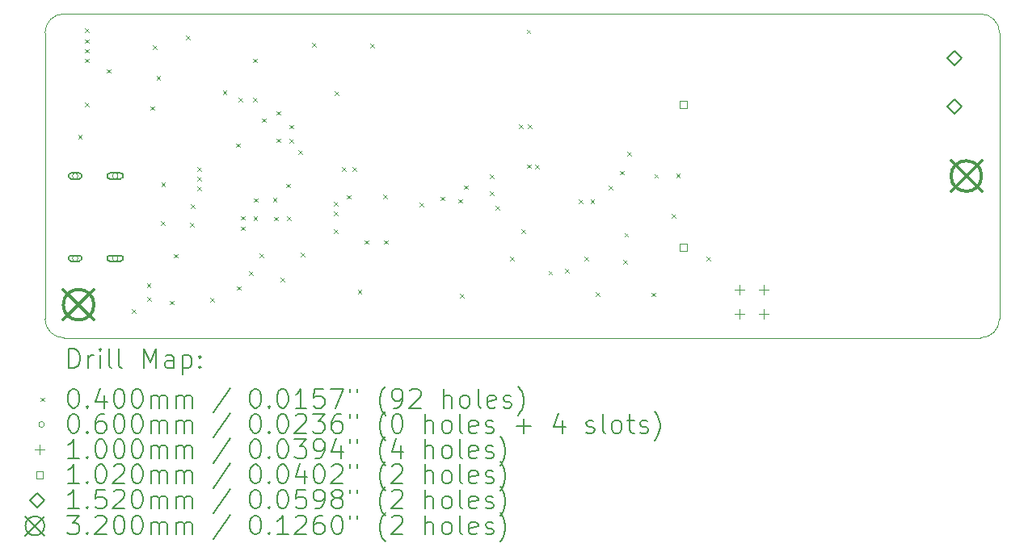
<source format=gbr>
%TF.GenerationSoftware,KiCad,Pcbnew,6.0.11-2627ca5db0~126~ubuntu22.04.1*%
%TF.CreationDate,2024-05-05T15:56:38-04:00*%
%TF.ProjectId,board,626f6172-642e-46b6-9963-61645f706362,rev?*%
%TF.SameCoordinates,Original*%
%TF.FileFunction,Drillmap*%
%TF.FilePolarity,Positive*%
%FSLAX45Y45*%
G04 Gerber Fmt 4.5, Leading zero omitted, Abs format (unit mm)*
G04 Created by KiCad (PCBNEW 6.0.11-2627ca5db0~126~ubuntu22.04.1) date 2024-05-05 15:56:38*
%MOMM*%
%LPD*%
G01*
G04 APERTURE LIST*
%ADD10C,0.100000*%
%ADD11C,0.200000*%
%ADD12C,0.040000*%
%ADD13C,0.060000*%
%ADD14C,0.102000*%
%ADD15C,0.152000*%
%ADD16C,0.320000*%
G04 APERTURE END LIST*
D10*
X19497500Y-9199000D02*
X9897500Y-9199000D01*
X19497500Y-5799000D02*
X9897500Y-5799000D01*
X19497500Y-9199000D02*
G75*
G03*
X19697500Y-8999000I0J200000D01*
G01*
X9697500Y-5999000D02*
X9697500Y-8999000D01*
X19697500Y-8999000D02*
X19697500Y-5999000D01*
X9897500Y-5799000D02*
G75*
G03*
X9697500Y-5999000I0J-200000D01*
G01*
X19697500Y-5999000D02*
G75*
G03*
X19497500Y-5799000I-200000J0D01*
G01*
X9697500Y-8999000D02*
G75*
G03*
X9897500Y-9199000I200000J0D01*
G01*
D11*
D12*
X10046000Y-7067500D02*
X10086000Y-7107500D01*
X10086000Y-7067500D02*
X10046000Y-7107500D01*
X10117500Y-6066000D02*
X10157500Y-6106000D01*
X10157500Y-6066000D02*
X10117500Y-6106000D01*
X10118500Y-5950000D02*
X10158500Y-5990000D01*
X10158500Y-5950000D02*
X10118500Y-5990000D01*
X10119000Y-6166500D02*
X10159000Y-6206500D01*
X10159000Y-6166500D02*
X10119000Y-6206500D01*
X10119500Y-6270000D02*
X10159500Y-6310000D01*
X10159500Y-6270000D02*
X10119500Y-6310000D01*
X10120000Y-6727500D02*
X10160000Y-6767500D01*
X10160000Y-6727500D02*
X10120000Y-6767500D01*
X10347500Y-6379000D02*
X10387500Y-6419000D01*
X10387500Y-6379000D02*
X10347500Y-6419000D01*
X10607500Y-8899000D02*
X10647500Y-8939000D01*
X10647500Y-8899000D02*
X10607500Y-8939000D01*
X10765000Y-8625000D02*
X10805000Y-8665000D01*
X10805000Y-8625000D02*
X10765000Y-8665000D01*
X10767500Y-8769000D02*
X10807500Y-8809000D01*
X10807500Y-8769000D02*
X10767500Y-8809000D01*
X10801500Y-6769000D02*
X10841500Y-6809000D01*
X10841500Y-6769000D02*
X10801500Y-6809000D01*
X10827500Y-6129000D02*
X10867500Y-6169000D01*
X10867500Y-6129000D02*
X10827500Y-6169000D01*
X10867500Y-6452050D02*
X10907500Y-6492050D01*
X10907500Y-6452050D02*
X10867500Y-6492050D01*
X10914500Y-7977000D02*
X10954500Y-8017000D01*
X10954500Y-7977000D02*
X10914500Y-8017000D01*
X10917500Y-7568000D02*
X10957500Y-7608000D01*
X10957500Y-7568000D02*
X10917500Y-7608000D01*
X11007500Y-8809000D02*
X11047500Y-8849000D01*
X11047500Y-8809000D02*
X11007500Y-8849000D01*
X11045500Y-8318000D02*
X11085500Y-8358000D01*
X11085500Y-8318000D02*
X11045500Y-8358000D01*
X11177500Y-6029000D02*
X11217500Y-6069000D01*
X11217500Y-6029000D02*
X11177500Y-6069000D01*
X11217500Y-7989000D02*
X11257500Y-8029000D01*
X11257500Y-7989000D02*
X11217500Y-8029000D01*
X11226500Y-7799000D02*
X11266500Y-7839000D01*
X11266500Y-7799000D02*
X11226500Y-7839000D01*
X11291500Y-7409000D02*
X11331500Y-7449000D01*
X11331500Y-7409000D02*
X11291500Y-7449000D01*
X11292500Y-7507000D02*
X11332500Y-7547000D01*
X11332500Y-7507000D02*
X11292500Y-7547000D01*
X11292500Y-7608000D02*
X11332500Y-7648000D01*
X11332500Y-7608000D02*
X11292500Y-7648000D01*
X11427500Y-8779000D02*
X11467500Y-8819000D01*
X11467500Y-8779000D02*
X11427500Y-8819000D01*
X11560500Y-6601000D02*
X11600500Y-6641000D01*
X11600500Y-6601000D02*
X11560500Y-6641000D01*
X11697500Y-7159000D02*
X11737500Y-7199000D01*
X11737500Y-7159000D02*
X11697500Y-7199000D01*
X11710500Y-8656000D02*
X11750500Y-8696000D01*
X11750500Y-8656000D02*
X11710500Y-8696000D01*
X11726500Y-6678050D02*
X11766500Y-6718050D01*
X11766500Y-6678050D02*
X11726500Y-6718050D01*
X11748450Y-7920000D02*
X11788450Y-7960000D01*
X11788450Y-7920000D02*
X11748450Y-7960000D01*
X11750500Y-8030000D02*
X11790500Y-8070000D01*
X11790500Y-8030000D02*
X11750500Y-8070000D01*
X11836500Y-8501000D02*
X11876500Y-8541000D01*
X11876500Y-8501000D02*
X11836500Y-8541000D01*
X11878500Y-6679000D02*
X11918500Y-6719000D01*
X11918500Y-6679000D02*
X11878500Y-6719000D01*
X11879500Y-6270000D02*
X11919500Y-6310000D01*
X11919500Y-6270000D02*
X11879500Y-6310000D01*
X11883500Y-7922000D02*
X11923500Y-7962000D01*
X11923500Y-7922000D02*
X11883500Y-7962000D01*
X11884500Y-7733000D02*
X11924500Y-7773000D01*
X11924500Y-7733000D02*
X11884500Y-7773000D01*
X11948500Y-8316000D02*
X11988500Y-8356000D01*
X11988500Y-8316000D02*
X11948500Y-8356000D01*
X11972500Y-6895000D02*
X12012500Y-6935000D01*
X12012500Y-6895000D02*
X11972500Y-6935000D01*
X12086500Y-7731000D02*
X12126500Y-7771000D01*
X12126500Y-7731000D02*
X12086500Y-7771000D01*
X12096500Y-7928000D02*
X12136500Y-7968000D01*
X12136500Y-7928000D02*
X12096500Y-7968000D01*
X12122500Y-6820000D02*
X12162500Y-6860000D01*
X12162500Y-6820000D02*
X12122500Y-6860000D01*
X12122500Y-7107950D02*
X12162500Y-7147950D01*
X12162500Y-7107950D02*
X12122500Y-7147950D01*
X12167500Y-8569000D02*
X12207500Y-8609000D01*
X12207500Y-8569000D02*
X12167500Y-8609000D01*
X12225055Y-7581221D02*
X12265055Y-7621221D01*
X12265055Y-7581221D02*
X12225055Y-7621221D01*
X12232500Y-7923000D02*
X12272500Y-7963000D01*
X12272500Y-7923000D02*
X12232500Y-7963000D01*
X12256500Y-6964000D02*
X12296500Y-7004000D01*
X12296500Y-6964000D02*
X12256500Y-7004000D01*
X12257500Y-7111000D02*
X12297500Y-7151000D01*
X12297500Y-7111000D02*
X12257500Y-7151000D01*
X12349500Y-7229000D02*
X12389500Y-7269000D01*
X12389500Y-7229000D02*
X12349500Y-7269000D01*
X12380500Y-8305000D02*
X12420500Y-8345000D01*
X12420500Y-8305000D02*
X12380500Y-8345000D01*
X12494500Y-6107000D02*
X12534500Y-6147000D01*
X12534500Y-6107000D02*
X12494500Y-6147000D01*
X12722500Y-7770000D02*
X12762500Y-7810000D01*
X12762500Y-7770000D02*
X12722500Y-7810000D01*
X12725000Y-8062500D02*
X12765000Y-8102500D01*
X12765000Y-8062500D02*
X12725000Y-8102500D01*
X12725500Y-7874000D02*
X12765500Y-7914000D01*
X12765500Y-7874000D02*
X12725500Y-7914000D01*
X12731250Y-6611250D02*
X12771250Y-6651250D01*
X12771250Y-6611250D02*
X12731250Y-6651250D01*
X12809952Y-7409952D02*
X12849952Y-7449952D01*
X12849952Y-7409952D02*
X12809952Y-7449952D01*
X12859500Y-7699500D02*
X12899500Y-7739500D01*
X12899500Y-7699500D02*
X12859500Y-7739500D01*
X12920000Y-7410000D02*
X12960000Y-7450000D01*
X12960000Y-7410000D02*
X12920000Y-7450000D01*
X12974500Y-8692000D02*
X13014500Y-8732000D01*
X13014500Y-8692000D02*
X12974500Y-8732000D01*
X13047500Y-8175000D02*
X13087500Y-8215000D01*
X13087500Y-8175000D02*
X13047500Y-8215000D01*
X13107500Y-6114000D02*
X13147500Y-6154000D01*
X13147500Y-6114000D02*
X13107500Y-6154000D01*
X13240500Y-7694000D02*
X13280500Y-7734000D01*
X13280500Y-7694000D02*
X13240500Y-7734000D01*
X13252500Y-8175000D02*
X13292500Y-8215000D01*
X13292500Y-8175000D02*
X13252500Y-8215000D01*
X13620500Y-7781000D02*
X13660500Y-7821000D01*
X13660500Y-7781000D02*
X13620500Y-7821000D01*
X13843000Y-7717000D02*
X13883000Y-7757000D01*
X13883000Y-7717000D02*
X13843000Y-7757000D01*
X14028890Y-7741950D02*
X14068890Y-7781950D01*
X14068890Y-7741950D02*
X14028890Y-7781950D01*
X14048000Y-8736500D02*
X14088000Y-8776500D01*
X14088000Y-8736500D02*
X14048000Y-8776500D01*
X14089106Y-7599143D02*
X14129106Y-7639143D01*
X14129106Y-7599143D02*
X14089106Y-7639143D01*
X14360500Y-7486000D02*
X14400500Y-7526000D01*
X14400500Y-7486000D02*
X14360500Y-7526000D01*
X14361500Y-7664000D02*
X14401500Y-7704000D01*
X14401500Y-7664000D02*
X14361500Y-7704000D01*
X14417500Y-7816000D02*
X14457500Y-7856000D01*
X14457500Y-7816000D02*
X14417500Y-7856000D01*
X14572500Y-8345000D02*
X14612500Y-8385000D01*
X14612500Y-8345000D02*
X14572500Y-8385000D01*
X14664500Y-6959000D02*
X14704500Y-6999000D01*
X14704500Y-6959000D02*
X14664500Y-6999000D01*
X14691500Y-8058000D02*
X14731500Y-8098000D01*
X14731500Y-8058000D02*
X14691500Y-8098000D01*
X14745000Y-5965000D02*
X14785000Y-6005000D01*
X14785000Y-5965000D02*
X14745000Y-6005000D01*
X14748500Y-7378000D02*
X14788500Y-7418000D01*
X14788500Y-7378000D02*
X14748500Y-7418000D01*
X14758500Y-6959000D02*
X14798500Y-6999000D01*
X14798500Y-6959000D02*
X14758500Y-6999000D01*
X14835500Y-7381000D02*
X14875500Y-7421000D01*
X14875500Y-7381000D02*
X14835500Y-7421000D01*
X14972500Y-8495000D02*
X15012500Y-8535000D01*
X15012500Y-8495000D02*
X14972500Y-8535000D01*
X15147500Y-8477000D02*
X15187500Y-8517000D01*
X15187500Y-8477000D02*
X15147500Y-8517000D01*
X15293250Y-7749250D02*
X15333250Y-7789250D01*
X15333250Y-7749250D02*
X15293250Y-7789250D01*
X15347500Y-8345000D02*
X15387500Y-8385000D01*
X15387500Y-8345000D02*
X15347500Y-8385000D01*
X15412250Y-7749250D02*
X15452250Y-7789250D01*
X15452250Y-7749250D02*
X15412250Y-7789250D01*
X15465000Y-8720000D02*
X15505000Y-8760000D01*
X15505000Y-8720000D02*
X15465000Y-8760000D01*
X15601500Y-7602000D02*
X15641500Y-7642000D01*
X15641500Y-7602000D02*
X15601500Y-7642000D01*
X15722680Y-7445180D02*
X15762680Y-7485180D01*
X15762680Y-7445180D02*
X15722680Y-7485180D01*
X15756500Y-8384000D02*
X15796500Y-8424000D01*
X15796500Y-8384000D02*
X15756500Y-8424000D01*
X15767500Y-8099000D02*
X15807500Y-8139000D01*
X15807500Y-8099000D02*
X15767500Y-8139000D01*
X15797548Y-7248952D02*
X15837548Y-7288952D01*
X15837548Y-7248952D02*
X15797548Y-7288952D01*
X16055000Y-8725000D02*
X16095000Y-8765000D01*
X16095000Y-8725000D02*
X16055000Y-8765000D01*
X16082500Y-7480000D02*
X16122500Y-7520000D01*
X16122500Y-7480000D02*
X16082500Y-7520000D01*
X16266500Y-7900000D02*
X16306500Y-7940000D01*
X16306500Y-7900000D02*
X16266500Y-7940000D01*
X16309500Y-7474000D02*
X16349500Y-7514000D01*
X16349500Y-7474000D02*
X16309500Y-7514000D01*
X16625500Y-8345000D02*
X16665500Y-8385000D01*
X16665500Y-8345000D02*
X16625500Y-8385000D01*
D13*
X10044000Y-7500000D02*
G75*
G03*
X10044000Y-7500000I-30000J0D01*
G01*
D11*
X10054000Y-7470000D02*
X9974000Y-7470000D01*
X10054000Y-7530000D02*
X9974000Y-7530000D01*
X9974000Y-7470000D02*
G75*
G03*
X9974000Y-7530000I0J-30000D01*
G01*
X10054000Y-7530000D02*
G75*
G03*
X10054000Y-7470000I0J30000D01*
G01*
D13*
X10044000Y-8364000D02*
G75*
G03*
X10044000Y-8364000I-30000J0D01*
G01*
D11*
X10054000Y-8334000D02*
X9974000Y-8334000D01*
X10054000Y-8394000D02*
X9974000Y-8394000D01*
X9974000Y-8334000D02*
G75*
G03*
X9974000Y-8394000I0J-30000D01*
G01*
X10054000Y-8394000D02*
G75*
G03*
X10054000Y-8334000I0J30000D01*
G01*
D13*
X10464000Y-7500000D02*
G75*
G03*
X10464000Y-7500000I-30000J0D01*
G01*
D11*
X10489000Y-7470000D02*
X10379000Y-7470000D01*
X10489000Y-7530000D02*
X10379000Y-7530000D01*
X10379000Y-7470000D02*
G75*
G03*
X10379000Y-7530000I0J-30000D01*
G01*
X10489000Y-7530000D02*
G75*
G03*
X10489000Y-7470000I0J30000D01*
G01*
D13*
X10464000Y-8364000D02*
G75*
G03*
X10464000Y-8364000I-30000J0D01*
G01*
D11*
X10489000Y-8334000D02*
X10379000Y-8334000D01*
X10489000Y-8394000D02*
X10379000Y-8394000D01*
X10379000Y-8334000D02*
G75*
G03*
X10379000Y-8394000I0J-30000D01*
G01*
X10489000Y-8394000D02*
G75*
G03*
X10489000Y-8334000I0J30000D01*
G01*
D10*
X16972500Y-8642500D02*
X16972500Y-8742500D01*
X16922500Y-8692500D02*
X17022500Y-8692500D01*
X16972500Y-8896500D02*
X16972500Y-8996500D01*
X16922500Y-8946500D02*
X17022500Y-8946500D01*
X17226500Y-8642500D02*
X17226500Y-8742500D01*
X17176500Y-8692500D02*
X17276500Y-8692500D01*
X17226500Y-8896500D02*
X17226500Y-8996500D01*
X17176500Y-8946500D02*
X17276500Y-8946500D01*
D14*
X16421563Y-6788063D02*
X16421563Y-6715937D01*
X16349437Y-6715937D01*
X16349437Y-6788063D01*
X16421563Y-6788063D01*
X16421563Y-8287063D02*
X16421563Y-8214937D01*
X16349437Y-8214937D01*
X16349437Y-8287063D01*
X16421563Y-8287063D01*
D15*
X19227500Y-6341000D02*
X19303500Y-6265000D01*
X19227500Y-6189000D01*
X19151500Y-6265000D01*
X19227500Y-6341000D01*
X19227500Y-6849000D02*
X19303500Y-6773000D01*
X19227500Y-6697000D01*
X19151500Y-6773000D01*
X19227500Y-6849000D01*
D16*
X9890000Y-8690750D02*
X10210000Y-9010750D01*
X10210000Y-8690750D02*
X9890000Y-9010750D01*
X10210000Y-8850750D02*
G75*
G03*
X10210000Y-8850750I-160000J0D01*
G01*
X19190000Y-7340750D02*
X19510000Y-7660750D01*
X19510000Y-7340750D02*
X19190000Y-7660750D01*
X19510000Y-7500750D02*
G75*
G03*
X19510000Y-7500750I-160000J0D01*
G01*
D11*
X9950119Y-9514476D02*
X9950119Y-9314476D01*
X9997738Y-9314476D01*
X10026310Y-9324000D01*
X10045357Y-9343048D01*
X10054881Y-9362095D01*
X10064405Y-9400190D01*
X10064405Y-9428762D01*
X10054881Y-9466857D01*
X10045357Y-9485905D01*
X10026310Y-9504952D01*
X9997738Y-9514476D01*
X9950119Y-9514476D01*
X10150119Y-9514476D02*
X10150119Y-9381143D01*
X10150119Y-9419238D02*
X10159643Y-9400190D01*
X10169167Y-9390667D01*
X10188214Y-9381143D01*
X10207262Y-9381143D01*
X10273929Y-9514476D02*
X10273929Y-9381143D01*
X10273929Y-9314476D02*
X10264405Y-9324000D01*
X10273929Y-9333524D01*
X10283452Y-9324000D01*
X10273929Y-9314476D01*
X10273929Y-9333524D01*
X10397738Y-9514476D02*
X10378690Y-9504952D01*
X10369167Y-9485905D01*
X10369167Y-9314476D01*
X10502500Y-9514476D02*
X10483452Y-9504952D01*
X10473929Y-9485905D01*
X10473929Y-9314476D01*
X10731071Y-9514476D02*
X10731071Y-9314476D01*
X10797738Y-9457333D01*
X10864405Y-9314476D01*
X10864405Y-9514476D01*
X11045357Y-9514476D02*
X11045357Y-9409714D01*
X11035833Y-9390667D01*
X11016786Y-9381143D01*
X10978690Y-9381143D01*
X10959643Y-9390667D01*
X11045357Y-9504952D02*
X11026310Y-9514476D01*
X10978690Y-9514476D01*
X10959643Y-9504952D01*
X10950119Y-9485905D01*
X10950119Y-9466857D01*
X10959643Y-9447810D01*
X10978690Y-9438286D01*
X11026310Y-9438286D01*
X11045357Y-9428762D01*
X11140595Y-9381143D02*
X11140595Y-9581143D01*
X11140595Y-9390667D02*
X11159643Y-9381143D01*
X11197738Y-9381143D01*
X11216786Y-9390667D01*
X11226309Y-9400190D01*
X11235833Y-9419238D01*
X11235833Y-9476381D01*
X11226309Y-9495429D01*
X11216786Y-9504952D01*
X11197738Y-9514476D01*
X11159643Y-9514476D01*
X11140595Y-9504952D01*
X11321548Y-9495429D02*
X11331071Y-9504952D01*
X11321548Y-9514476D01*
X11312024Y-9504952D01*
X11321548Y-9495429D01*
X11321548Y-9514476D01*
X11321548Y-9390667D02*
X11331071Y-9400190D01*
X11321548Y-9409714D01*
X11312024Y-9400190D01*
X11321548Y-9390667D01*
X11321548Y-9409714D01*
D12*
X9652500Y-9824000D02*
X9692500Y-9864000D01*
X9692500Y-9824000D02*
X9652500Y-9864000D01*
D11*
X9988214Y-9734476D02*
X10007262Y-9734476D01*
X10026310Y-9744000D01*
X10035833Y-9753524D01*
X10045357Y-9772571D01*
X10054881Y-9810667D01*
X10054881Y-9858286D01*
X10045357Y-9896381D01*
X10035833Y-9915429D01*
X10026310Y-9924952D01*
X10007262Y-9934476D01*
X9988214Y-9934476D01*
X9969167Y-9924952D01*
X9959643Y-9915429D01*
X9950119Y-9896381D01*
X9940595Y-9858286D01*
X9940595Y-9810667D01*
X9950119Y-9772571D01*
X9959643Y-9753524D01*
X9969167Y-9744000D01*
X9988214Y-9734476D01*
X10140595Y-9915429D02*
X10150119Y-9924952D01*
X10140595Y-9934476D01*
X10131071Y-9924952D01*
X10140595Y-9915429D01*
X10140595Y-9934476D01*
X10321548Y-9801143D02*
X10321548Y-9934476D01*
X10273929Y-9724952D02*
X10226310Y-9867810D01*
X10350119Y-9867810D01*
X10464405Y-9734476D02*
X10483452Y-9734476D01*
X10502500Y-9744000D01*
X10512024Y-9753524D01*
X10521548Y-9772571D01*
X10531071Y-9810667D01*
X10531071Y-9858286D01*
X10521548Y-9896381D01*
X10512024Y-9915429D01*
X10502500Y-9924952D01*
X10483452Y-9934476D01*
X10464405Y-9934476D01*
X10445357Y-9924952D01*
X10435833Y-9915429D01*
X10426310Y-9896381D01*
X10416786Y-9858286D01*
X10416786Y-9810667D01*
X10426310Y-9772571D01*
X10435833Y-9753524D01*
X10445357Y-9744000D01*
X10464405Y-9734476D01*
X10654881Y-9734476D02*
X10673929Y-9734476D01*
X10692976Y-9744000D01*
X10702500Y-9753524D01*
X10712024Y-9772571D01*
X10721548Y-9810667D01*
X10721548Y-9858286D01*
X10712024Y-9896381D01*
X10702500Y-9915429D01*
X10692976Y-9924952D01*
X10673929Y-9934476D01*
X10654881Y-9934476D01*
X10635833Y-9924952D01*
X10626310Y-9915429D01*
X10616786Y-9896381D01*
X10607262Y-9858286D01*
X10607262Y-9810667D01*
X10616786Y-9772571D01*
X10626310Y-9753524D01*
X10635833Y-9744000D01*
X10654881Y-9734476D01*
X10807262Y-9934476D02*
X10807262Y-9801143D01*
X10807262Y-9820190D02*
X10816786Y-9810667D01*
X10835833Y-9801143D01*
X10864405Y-9801143D01*
X10883452Y-9810667D01*
X10892976Y-9829714D01*
X10892976Y-9934476D01*
X10892976Y-9829714D02*
X10902500Y-9810667D01*
X10921548Y-9801143D01*
X10950119Y-9801143D01*
X10969167Y-9810667D01*
X10978690Y-9829714D01*
X10978690Y-9934476D01*
X11073929Y-9934476D02*
X11073929Y-9801143D01*
X11073929Y-9820190D02*
X11083452Y-9810667D01*
X11102500Y-9801143D01*
X11131071Y-9801143D01*
X11150119Y-9810667D01*
X11159643Y-9829714D01*
X11159643Y-9934476D01*
X11159643Y-9829714D02*
X11169167Y-9810667D01*
X11188214Y-9801143D01*
X11216786Y-9801143D01*
X11235833Y-9810667D01*
X11245357Y-9829714D01*
X11245357Y-9934476D01*
X11635833Y-9724952D02*
X11464405Y-9982095D01*
X11892976Y-9734476D02*
X11912024Y-9734476D01*
X11931071Y-9744000D01*
X11940595Y-9753524D01*
X11950119Y-9772571D01*
X11959643Y-9810667D01*
X11959643Y-9858286D01*
X11950119Y-9896381D01*
X11940595Y-9915429D01*
X11931071Y-9924952D01*
X11912024Y-9934476D01*
X11892976Y-9934476D01*
X11873928Y-9924952D01*
X11864405Y-9915429D01*
X11854881Y-9896381D01*
X11845357Y-9858286D01*
X11845357Y-9810667D01*
X11854881Y-9772571D01*
X11864405Y-9753524D01*
X11873928Y-9744000D01*
X11892976Y-9734476D01*
X12045357Y-9915429D02*
X12054881Y-9924952D01*
X12045357Y-9934476D01*
X12035833Y-9924952D01*
X12045357Y-9915429D01*
X12045357Y-9934476D01*
X12178690Y-9734476D02*
X12197738Y-9734476D01*
X12216786Y-9744000D01*
X12226309Y-9753524D01*
X12235833Y-9772571D01*
X12245357Y-9810667D01*
X12245357Y-9858286D01*
X12235833Y-9896381D01*
X12226309Y-9915429D01*
X12216786Y-9924952D01*
X12197738Y-9934476D01*
X12178690Y-9934476D01*
X12159643Y-9924952D01*
X12150119Y-9915429D01*
X12140595Y-9896381D01*
X12131071Y-9858286D01*
X12131071Y-9810667D01*
X12140595Y-9772571D01*
X12150119Y-9753524D01*
X12159643Y-9744000D01*
X12178690Y-9734476D01*
X12435833Y-9934476D02*
X12321548Y-9934476D01*
X12378690Y-9934476D02*
X12378690Y-9734476D01*
X12359643Y-9763048D01*
X12340595Y-9782095D01*
X12321548Y-9791619D01*
X12616786Y-9734476D02*
X12521548Y-9734476D01*
X12512024Y-9829714D01*
X12521548Y-9820190D01*
X12540595Y-9810667D01*
X12588214Y-9810667D01*
X12607262Y-9820190D01*
X12616786Y-9829714D01*
X12626309Y-9848762D01*
X12626309Y-9896381D01*
X12616786Y-9915429D01*
X12607262Y-9924952D01*
X12588214Y-9934476D01*
X12540595Y-9934476D01*
X12521548Y-9924952D01*
X12512024Y-9915429D01*
X12692976Y-9734476D02*
X12826309Y-9734476D01*
X12740595Y-9934476D01*
X12892976Y-9734476D02*
X12892976Y-9772571D01*
X12969167Y-9734476D02*
X12969167Y-9772571D01*
X13264405Y-10010667D02*
X13254881Y-10001143D01*
X13235833Y-9972571D01*
X13226309Y-9953524D01*
X13216786Y-9924952D01*
X13207262Y-9877333D01*
X13207262Y-9839238D01*
X13216786Y-9791619D01*
X13226309Y-9763048D01*
X13235833Y-9744000D01*
X13254881Y-9715429D01*
X13264405Y-9705905D01*
X13350119Y-9934476D02*
X13388214Y-9934476D01*
X13407262Y-9924952D01*
X13416786Y-9915429D01*
X13435833Y-9886857D01*
X13445357Y-9848762D01*
X13445357Y-9772571D01*
X13435833Y-9753524D01*
X13426309Y-9744000D01*
X13407262Y-9734476D01*
X13369167Y-9734476D01*
X13350119Y-9744000D01*
X13340595Y-9753524D01*
X13331071Y-9772571D01*
X13331071Y-9820190D01*
X13340595Y-9839238D01*
X13350119Y-9848762D01*
X13369167Y-9858286D01*
X13407262Y-9858286D01*
X13426309Y-9848762D01*
X13435833Y-9839238D01*
X13445357Y-9820190D01*
X13521548Y-9753524D02*
X13531071Y-9744000D01*
X13550119Y-9734476D01*
X13597738Y-9734476D01*
X13616786Y-9744000D01*
X13626309Y-9753524D01*
X13635833Y-9772571D01*
X13635833Y-9791619D01*
X13626309Y-9820190D01*
X13512024Y-9934476D01*
X13635833Y-9934476D01*
X13873928Y-9934476D02*
X13873928Y-9734476D01*
X13959643Y-9934476D02*
X13959643Y-9829714D01*
X13950119Y-9810667D01*
X13931071Y-9801143D01*
X13902500Y-9801143D01*
X13883452Y-9810667D01*
X13873928Y-9820190D01*
X14083452Y-9934476D02*
X14064405Y-9924952D01*
X14054881Y-9915429D01*
X14045357Y-9896381D01*
X14045357Y-9839238D01*
X14054881Y-9820190D01*
X14064405Y-9810667D01*
X14083452Y-9801143D01*
X14112024Y-9801143D01*
X14131071Y-9810667D01*
X14140595Y-9820190D01*
X14150119Y-9839238D01*
X14150119Y-9896381D01*
X14140595Y-9915429D01*
X14131071Y-9924952D01*
X14112024Y-9934476D01*
X14083452Y-9934476D01*
X14264405Y-9934476D02*
X14245357Y-9924952D01*
X14235833Y-9905905D01*
X14235833Y-9734476D01*
X14416786Y-9924952D02*
X14397738Y-9934476D01*
X14359643Y-9934476D01*
X14340595Y-9924952D01*
X14331071Y-9905905D01*
X14331071Y-9829714D01*
X14340595Y-9810667D01*
X14359643Y-9801143D01*
X14397738Y-9801143D01*
X14416786Y-9810667D01*
X14426309Y-9829714D01*
X14426309Y-9848762D01*
X14331071Y-9867810D01*
X14502500Y-9924952D02*
X14521548Y-9934476D01*
X14559643Y-9934476D01*
X14578690Y-9924952D01*
X14588214Y-9905905D01*
X14588214Y-9896381D01*
X14578690Y-9877333D01*
X14559643Y-9867810D01*
X14531071Y-9867810D01*
X14512024Y-9858286D01*
X14502500Y-9839238D01*
X14502500Y-9829714D01*
X14512024Y-9810667D01*
X14531071Y-9801143D01*
X14559643Y-9801143D01*
X14578690Y-9810667D01*
X14654881Y-10010667D02*
X14664405Y-10001143D01*
X14683452Y-9972571D01*
X14692976Y-9953524D01*
X14702500Y-9924952D01*
X14712024Y-9877333D01*
X14712024Y-9839238D01*
X14702500Y-9791619D01*
X14692976Y-9763048D01*
X14683452Y-9744000D01*
X14664405Y-9715429D01*
X14654881Y-9705905D01*
D13*
X9692500Y-10108000D02*
G75*
G03*
X9692500Y-10108000I-30000J0D01*
G01*
D11*
X9988214Y-9998476D02*
X10007262Y-9998476D01*
X10026310Y-10008000D01*
X10035833Y-10017524D01*
X10045357Y-10036571D01*
X10054881Y-10074667D01*
X10054881Y-10122286D01*
X10045357Y-10160381D01*
X10035833Y-10179429D01*
X10026310Y-10188952D01*
X10007262Y-10198476D01*
X9988214Y-10198476D01*
X9969167Y-10188952D01*
X9959643Y-10179429D01*
X9950119Y-10160381D01*
X9940595Y-10122286D01*
X9940595Y-10074667D01*
X9950119Y-10036571D01*
X9959643Y-10017524D01*
X9969167Y-10008000D01*
X9988214Y-9998476D01*
X10140595Y-10179429D02*
X10150119Y-10188952D01*
X10140595Y-10198476D01*
X10131071Y-10188952D01*
X10140595Y-10179429D01*
X10140595Y-10198476D01*
X10321548Y-9998476D02*
X10283452Y-9998476D01*
X10264405Y-10008000D01*
X10254881Y-10017524D01*
X10235833Y-10046095D01*
X10226310Y-10084190D01*
X10226310Y-10160381D01*
X10235833Y-10179429D01*
X10245357Y-10188952D01*
X10264405Y-10198476D01*
X10302500Y-10198476D01*
X10321548Y-10188952D01*
X10331071Y-10179429D01*
X10340595Y-10160381D01*
X10340595Y-10112762D01*
X10331071Y-10093714D01*
X10321548Y-10084190D01*
X10302500Y-10074667D01*
X10264405Y-10074667D01*
X10245357Y-10084190D01*
X10235833Y-10093714D01*
X10226310Y-10112762D01*
X10464405Y-9998476D02*
X10483452Y-9998476D01*
X10502500Y-10008000D01*
X10512024Y-10017524D01*
X10521548Y-10036571D01*
X10531071Y-10074667D01*
X10531071Y-10122286D01*
X10521548Y-10160381D01*
X10512024Y-10179429D01*
X10502500Y-10188952D01*
X10483452Y-10198476D01*
X10464405Y-10198476D01*
X10445357Y-10188952D01*
X10435833Y-10179429D01*
X10426310Y-10160381D01*
X10416786Y-10122286D01*
X10416786Y-10074667D01*
X10426310Y-10036571D01*
X10435833Y-10017524D01*
X10445357Y-10008000D01*
X10464405Y-9998476D01*
X10654881Y-9998476D02*
X10673929Y-9998476D01*
X10692976Y-10008000D01*
X10702500Y-10017524D01*
X10712024Y-10036571D01*
X10721548Y-10074667D01*
X10721548Y-10122286D01*
X10712024Y-10160381D01*
X10702500Y-10179429D01*
X10692976Y-10188952D01*
X10673929Y-10198476D01*
X10654881Y-10198476D01*
X10635833Y-10188952D01*
X10626310Y-10179429D01*
X10616786Y-10160381D01*
X10607262Y-10122286D01*
X10607262Y-10074667D01*
X10616786Y-10036571D01*
X10626310Y-10017524D01*
X10635833Y-10008000D01*
X10654881Y-9998476D01*
X10807262Y-10198476D02*
X10807262Y-10065143D01*
X10807262Y-10084190D02*
X10816786Y-10074667D01*
X10835833Y-10065143D01*
X10864405Y-10065143D01*
X10883452Y-10074667D01*
X10892976Y-10093714D01*
X10892976Y-10198476D01*
X10892976Y-10093714D02*
X10902500Y-10074667D01*
X10921548Y-10065143D01*
X10950119Y-10065143D01*
X10969167Y-10074667D01*
X10978690Y-10093714D01*
X10978690Y-10198476D01*
X11073929Y-10198476D02*
X11073929Y-10065143D01*
X11073929Y-10084190D02*
X11083452Y-10074667D01*
X11102500Y-10065143D01*
X11131071Y-10065143D01*
X11150119Y-10074667D01*
X11159643Y-10093714D01*
X11159643Y-10198476D01*
X11159643Y-10093714D02*
X11169167Y-10074667D01*
X11188214Y-10065143D01*
X11216786Y-10065143D01*
X11235833Y-10074667D01*
X11245357Y-10093714D01*
X11245357Y-10198476D01*
X11635833Y-9988952D02*
X11464405Y-10246095D01*
X11892976Y-9998476D02*
X11912024Y-9998476D01*
X11931071Y-10008000D01*
X11940595Y-10017524D01*
X11950119Y-10036571D01*
X11959643Y-10074667D01*
X11959643Y-10122286D01*
X11950119Y-10160381D01*
X11940595Y-10179429D01*
X11931071Y-10188952D01*
X11912024Y-10198476D01*
X11892976Y-10198476D01*
X11873928Y-10188952D01*
X11864405Y-10179429D01*
X11854881Y-10160381D01*
X11845357Y-10122286D01*
X11845357Y-10074667D01*
X11854881Y-10036571D01*
X11864405Y-10017524D01*
X11873928Y-10008000D01*
X11892976Y-9998476D01*
X12045357Y-10179429D02*
X12054881Y-10188952D01*
X12045357Y-10198476D01*
X12035833Y-10188952D01*
X12045357Y-10179429D01*
X12045357Y-10198476D01*
X12178690Y-9998476D02*
X12197738Y-9998476D01*
X12216786Y-10008000D01*
X12226309Y-10017524D01*
X12235833Y-10036571D01*
X12245357Y-10074667D01*
X12245357Y-10122286D01*
X12235833Y-10160381D01*
X12226309Y-10179429D01*
X12216786Y-10188952D01*
X12197738Y-10198476D01*
X12178690Y-10198476D01*
X12159643Y-10188952D01*
X12150119Y-10179429D01*
X12140595Y-10160381D01*
X12131071Y-10122286D01*
X12131071Y-10074667D01*
X12140595Y-10036571D01*
X12150119Y-10017524D01*
X12159643Y-10008000D01*
X12178690Y-9998476D01*
X12321548Y-10017524D02*
X12331071Y-10008000D01*
X12350119Y-9998476D01*
X12397738Y-9998476D01*
X12416786Y-10008000D01*
X12426309Y-10017524D01*
X12435833Y-10036571D01*
X12435833Y-10055619D01*
X12426309Y-10084190D01*
X12312024Y-10198476D01*
X12435833Y-10198476D01*
X12502500Y-9998476D02*
X12626309Y-9998476D01*
X12559643Y-10074667D01*
X12588214Y-10074667D01*
X12607262Y-10084190D01*
X12616786Y-10093714D01*
X12626309Y-10112762D01*
X12626309Y-10160381D01*
X12616786Y-10179429D01*
X12607262Y-10188952D01*
X12588214Y-10198476D01*
X12531071Y-10198476D01*
X12512024Y-10188952D01*
X12502500Y-10179429D01*
X12797738Y-9998476D02*
X12759643Y-9998476D01*
X12740595Y-10008000D01*
X12731071Y-10017524D01*
X12712024Y-10046095D01*
X12702500Y-10084190D01*
X12702500Y-10160381D01*
X12712024Y-10179429D01*
X12721548Y-10188952D01*
X12740595Y-10198476D01*
X12778690Y-10198476D01*
X12797738Y-10188952D01*
X12807262Y-10179429D01*
X12816786Y-10160381D01*
X12816786Y-10112762D01*
X12807262Y-10093714D01*
X12797738Y-10084190D01*
X12778690Y-10074667D01*
X12740595Y-10074667D01*
X12721548Y-10084190D01*
X12712024Y-10093714D01*
X12702500Y-10112762D01*
X12892976Y-9998476D02*
X12892976Y-10036571D01*
X12969167Y-9998476D02*
X12969167Y-10036571D01*
X13264405Y-10274667D02*
X13254881Y-10265143D01*
X13235833Y-10236571D01*
X13226309Y-10217524D01*
X13216786Y-10188952D01*
X13207262Y-10141333D01*
X13207262Y-10103238D01*
X13216786Y-10055619D01*
X13226309Y-10027048D01*
X13235833Y-10008000D01*
X13254881Y-9979429D01*
X13264405Y-9969905D01*
X13378690Y-9998476D02*
X13397738Y-9998476D01*
X13416786Y-10008000D01*
X13426309Y-10017524D01*
X13435833Y-10036571D01*
X13445357Y-10074667D01*
X13445357Y-10122286D01*
X13435833Y-10160381D01*
X13426309Y-10179429D01*
X13416786Y-10188952D01*
X13397738Y-10198476D01*
X13378690Y-10198476D01*
X13359643Y-10188952D01*
X13350119Y-10179429D01*
X13340595Y-10160381D01*
X13331071Y-10122286D01*
X13331071Y-10074667D01*
X13340595Y-10036571D01*
X13350119Y-10017524D01*
X13359643Y-10008000D01*
X13378690Y-9998476D01*
X13683452Y-10198476D02*
X13683452Y-9998476D01*
X13769167Y-10198476D02*
X13769167Y-10093714D01*
X13759643Y-10074667D01*
X13740595Y-10065143D01*
X13712024Y-10065143D01*
X13692976Y-10074667D01*
X13683452Y-10084190D01*
X13892976Y-10198476D02*
X13873928Y-10188952D01*
X13864405Y-10179429D01*
X13854881Y-10160381D01*
X13854881Y-10103238D01*
X13864405Y-10084190D01*
X13873928Y-10074667D01*
X13892976Y-10065143D01*
X13921548Y-10065143D01*
X13940595Y-10074667D01*
X13950119Y-10084190D01*
X13959643Y-10103238D01*
X13959643Y-10160381D01*
X13950119Y-10179429D01*
X13940595Y-10188952D01*
X13921548Y-10198476D01*
X13892976Y-10198476D01*
X14073928Y-10198476D02*
X14054881Y-10188952D01*
X14045357Y-10169905D01*
X14045357Y-9998476D01*
X14226309Y-10188952D02*
X14207262Y-10198476D01*
X14169167Y-10198476D01*
X14150119Y-10188952D01*
X14140595Y-10169905D01*
X14140595Y-10093714D01*
X14150119Y-10074667D01*
X14169167Y-10065143D01*
X14207262Y-10065143D01*
X14226309Y-10074667D01*
X14235833Y-10093714D01*
X14235833Y-10112762D01*
X14140595Y-10131810D01*
X14312024Y-10188952D02*
X14331071Y-10198476D01*
X14369167Y-10198476D01*
X14388214Y-10188952D01*
X14397738Y-10169905D01*
X14397738Y-10160381D01*
X14388214Y-10141333D01*
X14369167Y-10131810D01*
X14340595Y-10131810D01*
X14321548Y-10122286D01*
X14312024Y-10103238D01*
X14312024Y-10093714D01*
X14321548Y-10074667D01*
X14340595Y-10065143D01*
X14369167Y-10065143D01*
X14388214Y-10074667D01*
X14635833Y-10122286D02*
X14788214Y-10122286D01*
X14712024Y-10198476D02*
X14712024Y-10046095D01*
X15121548Y-10065143D02*
X15121548Y-10198476D01*
X15073928Y-9988952D02*
X15026309Y-10131810D01*
X15150119Y-10131810D01*
X15369167Y-10188952D02*
X15388214Y-10198476D01*
X15426309Y-10198476D01*
X15445357Y-10188952D01*
X15454881Y-10169905D01*
X15454881Y-10160381D01*
X15445357Y-10141333D01*
X15426309Y-10131810D01*
X15397738Y-10131810D01*
X15378690Y-10122286D01*
X15369167Y-10103238D01*
X15369167Y-10093714D01*
X15378690Y-10074667D01*
X15397738Y-10065143D01*
X15426309Y-10065143D01*
X15445357Y-10074667D01*
X15569167Y-10198476D02*
X15550119Y-10188952D01*
X15540595Y-10169905D01*
X15540595Y-9998476D01*
X15673928Y-10198476D02*
X15654881Y-10188952D01*
X15645357Y-10179429D01*
X15635833Y-10160381D01*
X15635833Y-10103238D01*
X15645357Y-10084190D01*
X15654881Y-10074667D01*
X15673928Y-10065143D01*
X15702500Y-10065143D01*
X15721548Y-10074667D01*
X15731071Y-10084190D01*
X15740595Y-10103238D01*
X15740595Y-10160381D01*
X15731071Y-10179429D01*
X15721548Y-10188952D01*
X15702500Y-10198476D01*
X15673928Y-10198476D01*
X15797738Y-10065143D02*
X15873928Y-10065143D01*
X15826309Y-9998476D02*
X15826309Y-10169905D01*
X15835833Y-10188952D01*
X15854881Y-10198476D01*
X15873928Y-10198476D01*
X15931071Y-10188952D02*
X15950119Y-10198476D01*
X15988214Y-10198476D01*
X16007262Y-10188952D01*
X16016786Y-10169905D01*
X16016786Y-10160381D01*
X16007262Y-10141333D01*
X15988214Y-10131810D01*
X15959643Y-10131810D01*
X15940595Y-10122286D01*
X15931071Y-10103238D01*
X15931071Y-10093714D01*
X15940595Y-10074667D01*
X15959643Y-10065143D01*
X15988214Y-10065143D01*
X16007262Y-10074667D01*
X16083452Y-10274667D02*
X16092976Y-10265143D01*
X16112024Y-10236571D01*
X16121548Y-10217524D01*
X16131071Y-10188952D01*
X16140595Y-10141333D01*
X16140595Y-10103238D01*
X16131071Y-10055619D01*
X16121548Y-10027048D01*
X16112024Y-10008000D01*
X16092976Y-9979429D01*
X16083452Y-9969905D01*
D10*
X9642500Y-10322000D02*
X9642500Y-10422000D01*
X9592500Y-10372000D02*
X9692500Y-10372000D01*
D11*
X10054881Y-10462476D02*
X9940595Y-10462476D01*
X9997738Y-10462476D02*
X9997738Y-10262476D01*
X9978690Y-10291048D01*
X9959643Y-10310095D01*
X9940595Y-10319619D01*
X10140595Y-10443429D02*
X10150119Y-10452952D01*
X10140595Y-10462476D01*
X10131071Y-10452952D01*
X10140595Y-10443429D01*
X10140595Y-10462476D01*
X10273929Y-10262476D02*
X10292976Y-10262476D01*
X10312024Y-10272000D01*
X10321548Y-10281524D01*
X10331071Y-10300571D01*
X10340595Y-10338667D01*
X10340595Y-10386286D01*
X10331071Y-10424381D01*
X10321548Y-10443429D01*
X10312024Y-10452952D01*
X10292976Y-10462476D01*
X10273929Y-10462476D01*
X10254881Y-10452952D01*
X10245357Y-10443429D01*
X10235833Y-10424381D01*
X10226310Y-10386286D01*
X10226310Y-10338667D01*
X10235833Y-10300571D01*
X10245357Y-10281524D01*
X10254881Y-10272000D01*
X10273929Y-10262476D01*
X10464405Y-10262476D02*
X10483452Y-10262476D01*
X10502500Y-10272000D01*
X10512024Y-10281524D01*
X10521548Y-10300571D01*
X10531071Y-10338667D01*
X10531071Y-10386286D01*
X10521548Y-10424381D01*
X10512024Y-10443429D01*
X10502500Y-10452952D01*
X10483452Y-10462476D01*
X10464405Y-10462476D01*
X10445357Y-10452952D01*
X10435833Y-10443429D01*
X10426310Y-10424381D01*
X10416786Y-10386286D01*
X10416786Y-10338667D01*
X10426310Y-10300571D01*
X10435833Y-10281524D01*
X10445357Y-10272000D01*
X10464405Y-10262476D01*
X10654881Y-10262476D02*
X10673929Y-10262476D01*
X10692976Y-10272000D01*
X10702500Y-10281524D01*
X10712024Y-10300571D01*
X10721548Y-10338667D01*
X10721548Y-10386286D01*
X10712024Y-10424381D01*
X10702500Y-10443429D01*
X10692976Y-10452952D01*
X10673929Y-10462476D01*
X10654881Y-10462476D01*
X10635833Y-10452952D01*
X10626310Y-10443429D01*
X10616786Y-10424381D01*
X10607262Y-10386286D01*
X10607262Y-10338667D01*
X10616786Y-10300571D01*
X10626310Y-10281524D01*
X10635833Y-10272000D01*
X10654881Y-10262476D01*
X10807262Y-10462476D02*
X10807262Y-10329143D01*
X10807262Y-10348190D02*
X10816786Y-10338667D01*
X10835833Y-10329143D01*
X10864405Y-10329143D01*
X10883452Y-10338667D01*
X10892976Y-10357714D01*
X10892976Y-10462476D01*
X10892976Y-10357714D02*
X10902500Y-10338667D01*
X10921548Y-10329143D01*
X10950119Y-10329143D01*
X10969167Y-10338667D01*
X10978690Y-10357714D01*
X10978690Y-10462476D01*
X11073929Y-10462476D02*
X11073929Y-10329143D01*
X11073929Y-10348190D02*
X11083452Y-10338667D01*
X11102500Y-10329143D01*
X11131071Y-10329143D01*
X11150119Y-10338667D01*
X11159643Y-10357714D01*
X11159643Y-10462476D01*
X11159643Y-10357714D02*
X11169167Y-10338667D01*
X11188214Y-10329143D01*
X11216786Y-10329143D01*
X11235833Y-10338667D01*
X11245357Y-10357714D01*
X11245357Y-10462476D01*
X11635833Y-10252952D02*
X11464405Y-10510095D01*
X11892976Y-10262476D02*
X11912024Y-10262476D01*
X11931071Y-10272000D01*
X11940595Y-10281524D01*
X11950119Y-10300571D01*
X11959643Y-10338667D01*
X11959643Y-10386286D01*
X11950119Y-10424381D01*
X11940595Y-10443429D01*
X11931071Y-10452952D01*
X11912024Y-10462476D01*
X11892976Y-10462476D01*
X11873928Y-10452952D01*
X11864405Y-10443429D01*
X11854881Y-10424381D01*
X11845357Y-10386286D01*
X11845357Y-10338667D01*
X11854881Y-10300571D01*
X11864405Y-10281524D01*
X11873928Y-10272000D01*
X11892976Y-10262476D01*
X12045357Y-10443429D02*
X12054881Y-10452952D01*
X12045357Y-10462476D01*
X12035833Y-10452952D01*
X12045357Y-10443429D01*
X12045357Y-10462476D01*
X12178690Y-10262476D02*
X12197738Y-10262476D01*
X12216786Y-10272000D01*
X12226309Y-10281524D01*
X12235833Y-10300571D01*
X12245357Y-10338667D01*
X12245357Y-10386286D01*
X12235833Y-10424381D01*
X12226309Y-10443429D01*
X12216786Y-10452952D01*
X12197738Y-10462476D01*
X12178690Y-10462476D01*
X12159643Y-10452952D01*
X12150119Y-10443429D01*
X12140595Y-10424381D01*
X12131071Y-10386286D01*
X12131071Y-10338667D01*
X12140595Y-10300571D01*
X12150119Y-10281524D01*
X12159643Y-10272000D01*
X12178690Y-10262476D01*
X12312024Y-10262476D02*
X12435833Y-10262476D01*
X12369167Y-10338667D01*
X12397738Y-10338667D01*
X12416786Y-10348190D01*
X12426309Y-10357714D01*
X12435833Y-10376762D01*
X12435833Y-10424381D01*
X12426309Y-10443429D01*
X12416786Y-10452952D01*
X12397738Y-10462476D01*
X12340595Y-10462476D01*
X12321548Y-10452952D01*
X12312024Y-10443429D01*
X12531071Y-10462476D02*
X12569167Y-10462476D01*
X12588214Y-10452952D01*
X12597738Y-10443429D01*
X12616786Y-10414857D01*
X12626309Y-10376762D01*
X12626309Y-10300571D01*
X12616786Y-10281524D01*
X12607262Y-10272000D01*
X12588214Y-10262476D01*
X12550119Y-10262476D01*
X12531071Y-10272000D01*
X12521548Y-10281524D01*
X12512024Y-10300571D01*
X12512024Y-10348190D01*
X12521548Y-10367238D01*
X12531071Y-10376762D01*
X12550119Y-10386286D01*
X12588214Y-10386286D01*
X12607262Y-10376762D01*
X12616786Y-10367238D01*
X12626309Y-10348190D01*
X12797738Y-10329143D02*
X12797738Y-10462476D01*
X12750119Y-10252952D02*
X12702500Y-10395810D01*
X12826309Y-10395810D01*
X12892976Y-10262476D02*
X12892976Y-10300571D01*
X12969167Y-10262476D02*
X12969167Y-10300571D01*
X13264405Y-10538667D02*
X13254881Y-10529143D01*
X13235833Y-10500571D01*
X13226309Y-10481524D01*
X13216786Y-10452952D01*
X13207262Y-10405333D01*
X13207262Y-10367238D01*
X13216786Y-10319619D01*
X13226309Y-10291048D01*
X13235833Y-10272000D01*
X13254881Y-10243429D01*
X13264405Y-10233905D01*
X13426309Y-10329143D02*
X13426309Y-10462476D01*
X13378690Y-10252952D02*
X13331071Y-10395810D01*
X13454881Y-10395810D01*
X13683452Y-10462476D02*
X13683452Y-10262476D01*
X13769167Y-10462476D02*
X13769167Y-10357714D01*
X13759643Y-10338667D01*
X13740595Y-10329143D01*
X13712024Y-10329143D01*
X13692976Y-10338667D01*
X13683452Y-10348190D01*
X13892976Y-10462476D02*
X13873928Y-10452952D01*
X13864405Y-10443429D01*
X13854881Y-10424381D01*
X13854881Y-10367238D01*
X13864405Y-10348190D01*
X13873928Y-10338667D01*
X13892976Y-10329143D01*
X13921548Y-10329143D01*
X13940595Y-10338667D01*
X13950119Y-10348190D01*
X13959643Y-10367238D01*
X13959643Y-10424381D01*
X13950119Y-10443429D01*
X13940595Y-10452952D01*
X13921548Y-10462476D01*
X13892976Y-10462476D01*
X14073928Y-10462476D02*
X14054881Y-10452952D01*
X14045357Y-10433905D01*
X14045357Y-10262476D01*
X14226309Y-10452952D02*
X14207262Y-10462476D01*
X14169167Y-10462476D01*
X14150119Y-10452952D01*
X14140595Y-10433905D01*
X14140595Y-10357714D01*
X14150119Y-10338667D01*
X14169167Y-10329143D01*
X14207262Y-10329143D01*
X14226309Y-10338667D01*
X14235833Y-10357714D01*
X14235833Y-10376762D01*
X14140595Y-10395810D01*
X14312024Y-10452952D02*
X14331071Y-10462476D01*
X14369167Y-10462476D01*
X14388214Y-10452952D01*
X14397738Y-10433905D01*
X14397738Y-10424381D01*
X14388214Y-10405333D01*
X14369167Y-10395810D01*
X14340595Y-10395810D01*
X14321548Y-10386286D01*
X14312024Y-10367238D01*
X14312024Y-10357714D01*
X14321548Y-10338667D01*
X14340595Y-10329143D01*
X14369167Y-10329143D01*
X14388214Y-10338667D01*
X14464405Y-10538667D02*
X14473928Y-10529143D01*
X14492976Y-10500571D01*
X14502500Y-10481524D01*
X14512024Y-10452952D01*
X14521548Y-10405333D01*
X14521548Y-10367238D01*
X14512024Y-10319619D01*
X14502500Y-10291048D01*
X14492976Y-10272000D01*
X14473928Y-10243429D01*
X14464405Y-10233905D01*
D14*
X9677563Y-10672063D02*
X9677563Y-10599937D01*
X9605437Y-10599937D01*
X9605437Y-10672063D01*
X9677563Y-10672063D01*
D11*
X10054881Y-10726476D02*
X9940595Y-10726476D01*
X9997738Y-10726476D02*
X9997738Y-10526476D01*
X9978690Y-10555048D01*
X9959643Y-10574095D01*
X9940595Y-10583619D01*
X10140595Y-10707429D02*
X10150119Y-10716952D01*
X10140595Y-10726476D01*
X10131071Y-10716952D01*
X10140595Y-10707429D01*
X10140595Y-10726476D01*
X10273929Y-10526476D02*
X10292976Y-10526476D01*
X10312024Y-10536000D01*
X10321548Y-10545524D01*
X10331071Y-10564571D01*
X10340595Y-10602667D01*
X10340595Y-10650286D01*
X10331071Y-10688381D01*
X10321548Y-10707429D01*
X10312024Y-10716952D01*
X10292976Y-10726476D01*
X10273929Y-10726476D01*
X10254881Y-10716952D01*
X10245357Y-10707429D01*
X10235833Y-10688381D01*
X10226310Y-10650286D01*
X10226310Y-10602667D01*
X10235833Y-10564571D01*
X10245357Y-10545524D01*
X10254881Y-10536000D01*
X10273929Y-10526476D01*
X10416786Y-10545524D02*
X10426310Y-10536000D01*
X10445357Y-10526476D01*
X10492976Y-10526476D01*
X10512024Y-10536000D01*
X10521548Y-10545524D01*
X10531071Y-10564571D01*
X10531071Y-10583619D01*
X10521548Y-10612190D01*
X10407262Y-10726476D01*
X10531071Y-10726476D01*
X10654881Y-10526476D02*
X10673929Y-10526476D01*
X10692976Y-10536000D01*
X10702500Y-10545524D01*
X10712024Y-10564571D01*
X10721548Y-10602667D01*
X10721548Y-10650286D01*
X10712024Y-10688381D01*
X10702500Y-10707429D01*
X10692976Y-10716952D01*
X10673929Y-10726476D01*
X10654881Y-10726476D01*
X10635833Y-10716952D01*
X10626310Y-10707429D01*
X10616786Y-10688381D01*
X10607262Y-10650286D01*
X10607262Y-10602667D01*
X10616786Y-10564571D01*
X10626310Y-10545524D01*
X10635833Y-10536000D01*
X10654881Y-10526476D01*
X10807262Y-10726476D02*
X10807262Y-10593143D01*
X10807262Y-10612190D02*
X10816786Y-10602667D01*
X10835833Y-10593143D01*
X10864405Y-10593143D01*
X10883452Y-10602667D01*
X10892976Y-10621714D01*
X10892976Y-10726476D01*
X10892976Y-10621714D02*
X10902500Y-10602667D01*
X10921548Y-10593143D01*
X10950119Y-10593143D01*
X10969167Y-10602667D01*
X10978690Y-10621714D01*
X10978690Y-10726476D01*
X11073929Y-10726476D02*
X11073929Y-10593143D01*
X11073929Y-10612190D02*
X11083452Y-10602667D01*
X11102500Y-10593143D01*
X11131071Y-10593143D01*
X11150119Y-10602667D01*
X11159643Y-10621714D01*
X11159643Y-10726476D01*
X11159643Y-10621714D02*
X11169167Y-10602667D01*
X11188214Y-10593143D01*
X11216786Y-10593143D01*
X11235833Y-10602667D01*
X11245357Y-10621714D01*
X11245357Y-10726476D01*
X11635833Y-10516952D02*
X11464405Y-10774095D01*
X11892976Y-10526476D02*
X11912024Y-10526476D01*
X11931071Y-10536000D01*
X11940595Y-10545524D01*
X11950119Y-10564571D01*
X11959643Y-10602667D01*
X11959643Y-10650286D01*
X11950119Y-10688381D01*
X11940595Y-10707429D01*
X11931071Y-10716952D01*
X11912024Y-10726476D01*
X11892976Y-10726476D01*
X11873928Y-10716952D01*
X11864405Y-10707429D01*
X11854881Y-10688381D01*
X11845357Y-10650286D01*
X11845357Y-10602667D01*
X11854881Y-10564571D01*
X11864405Y-10545524D01*
X11873928Y-10536000D01*
X11892976Y-10526476D01*
X12045357Y-10707429D02*
X12054881Y-10716952D01*
X12045357Y-10726476D01*
X12035833Y-10716952D01*
X12045357Y-10707429D01*
X12045357Y-10726476D01*
X12178690Y-10526476D02*
X12197738Y-10526476D01*
X12216786Y-10536000D01*
X12226309Y-10545524D01*
X12235833Y-10564571D01*
X12245357Y-10602667D01*
X12245357Y-10650286D01*
X12235833Y-10688381D01*
X12226309Y-10707429D01*
X12216786Y-10716952D01*
X12197738Y-10726476D01*
X12178690Y-10726476D01*
X12159643Y-10716952D01*
X12150119Y-10707429D01*
X12140595Y-10688381D01*
X12131071Y-10650286D01*
X12131071Y-10602667D01*
X12140595Y-10564571D01*
X12150119Y-10545524D01*
X12159643Y-10536000D01*
X12178690Y-10526476D01*
X12416786Y-10593143D02*
X12416786Y-10726476D01*
X12369167Y-10516952D02*
X12321548Y-10659810D01*
X12445357Y-10659810D01*
X12559643Y-10526476D02*
X12578690Y-10526476D01*
X12597738Y-10536000D01*
X12607262Y-10545524D01*
X12616786Y-10564571D01*
X12626309Y-10602667D01*
X12626309Y-10650286D01*
X12616786Y-10688381D01*
X12607262Y-10707429D01*
X12597738Y-10716952D01*
X12578690Y-10726476D01*
X12559643Y-10726476D01*
X12540595Y-10716952D01*
X12531071Y-10707429D01*
X12521548Y-10688381D01*
X12512024Y-10650286D01*
X12512024Y-10602667D01*
X12521548Y-10564571D01*
X12531071Y-10545524D01*
X12540595Y-10536000D01*
X12559643Y-10526476D01*
X12702500Y-10545524D02*
X12712024Y-10536000D01*
X12731071Y-10526476D01*
X12778690Y-10526476D01*
X12797738Y-10536000D01*
X12807262Y-10545524D01*
X12816786Y-10564571D01*
X12816786Y-10583619D01*
X12807262Y-10612190D01*
X12692976Y-10726476D01*
X12816786Y-10726476D01*
X12892976Y-10526476D02*
X12892976Y-10564571D01*
X12969167Y-10526476D02*
X12969167Y-10564571D01*
X13264405Y-10802667D02*
X13254881Y-10793143D01*
X13235833Y-10764571D01*
X13226309Y-10745524D01*
X13216786Y-10716952D01*
X13207262Y-10669333D01*
X13207262Y-10631238D01*
X13216786Y-10583619D01*
X13226309Y-10555048D01*
X13235833Y-10536000D01*
X13254881Y-10507429D01*
X13264405Y-10497905D01*
X13331071Y-10545524D02*
X13340595Y-10536000D01*
X13359643Y-10526476D01*
X13407262Y-10526476D01*
X13426309Y-10536000D01*
X13435833Y-10545524D01*
X13445357Y-10564571D01*
X13445357Y-10583619D01*
X13435833Y-10612190D01*
X13321548Y-10726476D01*
X13445357Y-10726476D01*
X13683452Y-10726476D02*
X13683452Y-10526476D01*
X13769167Y-10726476D02*
X13769167Y-10621714D01*
X13759643Y-10602667D01*
X13740595Y-10593143D01*
X13712024Y-10593143D01*
X13692976Y-10602667D01*
X13683452Y-10612190D01*
X13892976Y-10726476D02*
X13873928Y-10716952D01*
X13864405Y-10707429D01*
X13854881Y-10688381D01*
X13854881Y-10631238D01*
X13864405Y-10612190D01*
X13873928Y-10602667D01*
X13892976Y-10593143D01*
X13921548Y-10593143D01*
X13940595Y-10602667D01*
X13950119Y-10612190D01*
X13959643Y-10631238D01*
X13959643Y-10688381D01*
X13950119Y-10707429D01*
X13940595Y-10716952D01*
X13921548Y-10726476D01*
X13892976Y-10726476D01*
X14073928Y-10726476D02*
X14054881Y-10716952D01*
X14045357Y-10697905D01*
X14045357Y-10526476D01*
X14226309Y-10716952D02*
X14207262Y-10726476D01*
X14169167Y-10726476D01*
X14150119Y-10716952D01*
X14140595Y-10697905D01*
X14140595Y-10621714D01*
X14150119Y-10602667D01*
X14169167Y-10593143D01*
X14207262Y-10593143D01*
X14226309Y-10602667D01*
X14235833Y-10621714D01*
X14235833Y-10640762D01*
X14140595Y-10659810D01*
X14312024Y-10716952D02*
X14331071Y-10726476D01*
X14369167Y-10726476D01*
X14388214Y-10716952D01*
X14397738Y-10697905D01*
X14397738Y-10688381D01*
X14388214Y-10669333D01*
X14369167Y-10659810D01*
X14340595Y-10659810D01*
X14321548Y-10650286D01*
X14312024Y-10631238D01*
X14312024Y-10621714D01*
X14321548Y-10602667D01*
X14340595Y-10593143D01*
X14369167Y-10593143D01*
X14388214Y-10602667D01*
X14464405Y-10802667D02*
X14473928Y-10793143D01*
X14492976Y-10764571D01*
X14502500Y-10745524D01*
X14512024Y-10716952D01*
X14521548Y-10669333D01*
X14521548Y-10631238D01*
X14512024Y-10583619D01*
X14502500Y-10555048D01*
X14492976Y-10536000D01*
X14473928Y-10507429D01*
X14464405Y-10497905D01*
D15*
X9616500Y-10976000D02*
X9692500Y-10900000D01*
X9616500Y-10824000D01*
X9540500Y-10900000D01*
X9616500Y-10976000D01*
D11*
X10054881Y-10990476D02*
X9940595Y-10990476D01*
X9997738Y-10990476D02*
X9997738Y-10790476D01*
X9978690Y-10819048D01*
X9959643Y-10838095D01*
X9940595Y-10847619D01*
X10140595Y-10971429D02*
X10150119Y-10980952D01*
X10140595Y-10990476D01*
X10131071Y-10980952D01*
X10140595Y-10971429D01*
X10140595Y-10990476D01*
X10331071Y-10790476D02*
X10235833Y-10790476D01*
X10226310Y-10885714D01*
X10235833Y-10876190D01*
X10254881Y-10866667D01*
X10302500Y-10866667D01*
X10321548Y-10876190D01*
X10331071Y-10885714D01*
X10340595Y-10904762D01*
X10340595Y-10952381D01*
X10331071Y-10971429D01*
X10321548Y-10980952D01*
X10302500Y-10990476D01*
X10254881Y-10990476D01*
X10235833Y-10980952D01*
X10226310Y-10971429D01*
X10416786Y-10809524D02*
X10426310Y-10800000D01*
X10445357Y-10790476D01*
X10492976Y-10790476D01*
X10512024Y-10800000D01*
X10521548Y-10809524D01*
X10531071Y-10828571D01*
X10531071Y-10847619D01*
X10521548Y-10876190D01*
X10407262Y-10990476D01*
X10531071Y-10990476D01*
X10654881Y-10790476D02*
X10673929Y-10790476D01*
X10692976Y-10800000D01*
X10702500Y-10809524D01*
X10712024Y-10828571D01*
X10721548Y-10866667D01*
X10721548Y-10914286D01*
X10712024Y-10952381D01*
X10702500Y-10971429D01*
X10692976Y-10980952D01*
X10673929Y-10990476D01*
X10654881Y-10990476D01*
X10635833Y-10980952D01*
X10626310Y-10971429D01*
X10616786Y-10952381D01*
X10607262Y-10914286D01*
X10607262Y-10866667D01*
X10616786Y-10828571D01*
X10626310Y-10809524D01*
X10635833Y-10800000D01*
X10654881Y-10790476D01*
X10807262Y-10990476D02*
X10807262Y-10857143D01*
X10807262Y-10876190D02*
X10816786Y-10866667D01*
X10835833Y-10857143D01*
X10864405Y-10857143D01*
X10883452Y-10866667D01*
X10892976Y-10885714D01*
X10892976Y-10990476D01*
X10892976Y-10885714D02*
X10902500Y-10866667D01*
X10921548Y-10857143D01*
X10950119Y-10857143D01*
X10969167Y-10866667D01*
X10978690Y-10885714D01*
X10978690Y-10990476D01*
X11073929Y-10990476D02*
X11073929Y-10857143D01*
X11073929Y-10876190D02*
X11083452Y-10866667D01*
X11102500Y-10857143D01*
X11131071Y-10857143D01*
X11150119Y-10866667D01*
X11159643Y-10885714D01*
X11159643Y-10990476D01*
X11159643Y-10885714D02*
X11169167Y-10866667D01*
X11188214Y-10857143D01*
X11216786Y-10857143D01*
X11235833Y-10866667D01*
X11245357Y-10885714D01*
X11245357Y-10990476D01*
X11635833Y-10780952D02*
X11464405Y-11038095D01*
X11892976Y-10790476D02*
X11912024Y-10790476D01*
X11931071Y-10800000D01*
X11940595Y-10809524D01*
X11950119Y-10828571D01*
X11959643Y-10866667D01*
X11959643Y-10914286D01*
X11950119Y-10952381D01*
X11940595Y-10971429D01*
X11931071Y-10980952D01*
X11912024Y-10990476D01*
X11892976Y-10990476D01*
X11873928Y-10980952D01*
X11864405Y-10971429D01*
X11854881Y-10952381D01*
X11845357Y-10914286D01*
X11845357Y-10866667D01*
X11854881Y-10828571D01*
X11864405Y-10809524D01*
X11873928Y-10800000D01*
X11892976Y-10790476D01*
X12045357Y-10971429D02*
X12054881Y-10980952D01*
X12045357Y-10990476D01*
X12035833Y-10980952D01*
X12045357Y-10971429D01*
X12045357Y-10990476D01*
X12178690Y-10790476D02*
X12197738Y-10790476D01*
X12216786Y-10800000D01*
X12226309Y-10809524D01*
X12235833Y-10828571D01*
X12245357Y-10866667D01*
X12245357Y-10914286D01*
X12235833Y-10952381D01*
X12226309Y-10971429D01*
X12216786Y-10980952D01*
X12197738Y-10990476D01*
X12178690Y-10990476D01*
X12159643Y-10980952D01*
X12150119Y-10971429D01*
X12140595Y-10952381D01*
X12131071Y-10914286D01*
X12131071Y-10866667D01*
X12140595Y-10828571D01*
X12150119Y-10809524D01*
X12159643Y-10800000D01*
X12178690Y-10790476D01*
X12426309Y-10790476D02*
X12331071Y-10790476D01*
X12321548Y-10885714D01*
X12331071Y-10876190D01*
X12350119Y-10866667D01*
X12397738Y-10866667D01*
X12416786Y-10876190D01*
X12426309Y-10885714D01*
X12435833Y-10904762D01*
X12435833Y-10952381D01*
X12426309Y-10971429D01*
X12416786Y-10980952D01*
X12397738Y-10990476D01*
X12350119Y-10990476D01*
X12331071Y-10980952D01*
X12321548Y-10971429D01*
X12531071Y-10990476D02*
X12569167Y-10990476D01*
X12588214Y-10980952D01*
X12597738Y-10971429D01*
X12616786Y-10942857D01*
X12626309Y-10904762D01*
X12626309Y-10828571D01*
X12616786Y-10809524D01*
X12607262Y-10800000D01*
X12588214Y-10790476D01*
X12550119Y-10790476D01*
X12531071Y-10800000D01*
X12521548Y-10809524D01*
X12512024Y-10828571D01*
X12512024Y-10876190D01*
X12521548Y-10895238D01*
X12531071Y-10904762D01*
X12550119Y-10914286D01*
X12588214Y-10914286D01*
X12607262Y-10904762D01*
X12616786Y-10895238D01*
X12626309Y-10876190D01*
X12740595Y-10876190D02*
X12721548Y-10866667D01*
X12712024Y-10857143D01*
X12702500Y-10838095D01*
X12702500Y-10828571D01*
X12712024Y-10809524D01*
X12721548Y-10800000D01*
X12740595Y-10790476D01*
X12778690Y-10790476D01*
X12797738Y-10800000D01*
X12807262Y-10809524D01*
X12816786Y-10828571D01*
X12816786Y-10838095D01*
X12807262Y-10857143D01*
X12797738Y-10866667D01*
X12778690Y-10876190D01*
X12740595Y-10876190D01*
X12721548Y-10885714D01*
X12712024Y-10895238D01*
X12702500Y-10914286D01*
X12702500Y-10952381D01*
X12712024Y-10971429D01*
X12721548Y-10980952D01*
X12740595Y-10990476D01*
X12778690Y-10990476D01*
X12797738Y-10980952D01*
X12807262Y-10971429D01*
X12816786Y-10952381D01*
X12816786Y-10914286D01*
X12807262Y-10895238D01*
X12797738Y-10885714D01*
X12778690Y-10876190D01*
X12892976Y-10790476D02*
X12892976Y-10828571D01*
X12969167Y-10790476D02*
X12969167Y-10828571D01*
X13264405Y-11066667D02*
X13254881Y-11057143D01*
X13235833Y-11028571D01*
X13226309Y-11009524D01*
X13216786Y-10980952D01*
X13207262Y-10933333D01*
X13207262Y-10895238D01*
X13216786Y-10847619D01*
X13226309Y-10819048D01*
X13235833Y-10800000D01*
X13254881Y-10771429D01*
X13264405Y-10761905D01*
X13331071Y-10809524D02*
X13340595Y-10800000D01*
X13359643Y-10790476D01*
X13407262Y-10790476D01*
X13426309Y-10800000D01*
X13435833Y-10809524D01*
X13445357Y-10828571D01*
X13445357Y-10847619D01*
X13435833Y-10876190D01*
X13321548Y-10990476D01*
X13445357Y-10990476D01*
X13683452Y-10990476D02*
X13683452Y-10790476D01*
X13769167Y-10990476D02*
X13769167Y-10885714D01*
X13759643Y-10866667D01*
X13740595Y-10857143D01*
X13712024Y-10857143D01*
X13692976Y-10866667D01*
X13683452Y-10876190D01*
X13892976Y-10990476D02*
X13873928Y-10980952D01*
X13864405Y-10971429D01*
X13854881Y-10952381D01*
X13854881Y-10895238D01*
X13864405Y-10876190D01*
X13873928Y-10866667D01*
X13892976Y-10857143D01*
X13921548Y-10857143D01*
X13940595Y-10866667D01*
X13950119Y-10876190D01*
X13959643Y-10895238D01*
X13959643Y-10952381D01*
X13950119Y-10971429D01*
X13940595Y-10980952D01*
X13921548Y-10990476D01*
X13892976Y-10990476D01*
X14073928Y-10990476D02*
X14054881Y-10980952D01*
X14045357Y-10961905D01*
X14045357Y-10790476D01*
X14226309Y-10980952D02*
X14207262Y-10990476D01*
X14169167Y-10990476D01*
X14150119Y-10980952D01*
X14140595Y-10961905D01*
X14140595Y-10885714D01*
X14150119Y-10866667D01*
X14169167Y-10857143D01*
X14207262Y-10857143D01*
X14226309Y-10866667D01*
X14235833Y-10885714D01*
X14235833Y-10904762D01*
X14140595Y-10923810D01*
X14312024Y-10980952D02*
X14331071Y-10990476D01*
X14369167Y-10990476D01*
X14388214Y-10980952D01*
X14397738Y-10961905D01*
X14397738Y-10952381D01*
X14388214Y-10933333D01*
X14369167Y-10923810D01*
X14340595Y-10923810D01*
X14321548Y-10914286D01*
X14312024Y-10895238D01*
X14312024Y-10885714D01*
X14321548Y-10866667D01*
X14340595Y-10857143D01*
X14369167Y-10857143D01*
X14388214Y-10866667D01*
X14464405Y-11066667D02*
X14473928Y-11057143D01*
X14492976Y-11028571D01*
X14502500Y-11009524D01*
X14512024Y-10980952D01*
X14521548Y-10933333D01*
X14521548Y-10895238D01*
X14512024Y-10847619D01*
X14502500Y-10819048D01*
X14492976Y-10800000D01*
X14473928Y-10771429D01*
X14464405Y-10761905D01*
X9492500Y-11072000D02*
X9692500Y-11272000D01*
X9692500Y-11072000D02*
X9492500Y-11272000D01*
X9692500Y-11172000D02*
G75*
G03*
X9692500Y-11172000I-100000J0D01*
G01*
X9931071Y-11062476D02*
X10054881Y-11062476D01*
X9988214Y-11138667D01*
X10016786Y-11138667D01*
X10035833Y-11148190D01*
X10045357Y-11157714D01*
X10054881Y-11176762D01*
X10054881Y-11224381D01*
X10045357Y-11243428D01*
X10035833Y-11252952D01*
X10016786Y-11262476D01*
X9959643Y-11262476D01*
X9940595Y-11252952D01*
X9931071Y-11243428D01*
X10140595Y-11243428D02*
X10150119Y-11252952D01*
X10140595Y-11262476D01*
X10131071Y-11252952D01*
X10140595Y-11243428D01*
X10140595Y-11262476D01*
X10226310Y-11081524D02*
X10235833Y-11072000D01*
X10254881Y-11062476D01*
X10302500Y-11062476D01*
X10321548Y-11072000D01*
X10331071Y-11081524D01*
X10340595Y-11100571D01*
X10340595Y-11119619D01*
X10331071Y-11148190D01*
X10216786Y-11262476D01*
X10340595Y-11262476D01*
X10464405Y-11062476D02*
X10483452Y-11062476D01*
X10502500Y-11072000D01*
X10512024Y-11081524D01*
X10521548Y-11100571D01*
X10531071Y-11138667D01*
X10531071Y-11186286D01*
X10521548Y-11224381D01*
X10512024Y-11243428D01*
X10502500Y-11252952D01*
X10483452Y-11262476D01*
X10464405Y-11262476D01*
X10445357Y-11252952D01*
X10435833Y-11243428D01*
X10426310Y-11224381D01*
X10416786Y-11186286D01*
X10416786Y-11138667D01*
X10426310Y-11100571D01*
X10435833Y-11081524D01*
X10445357Y-11072000D01*
X10464405Y-11062476D01*
X10654881Y-11062476D02*
X10673929Y-11062476D01*
X10692976Y-11072000D01*
X10702500Y-11081524D01*
X10712024Y-11100571D01*
X10721548Y-11138667D01*
X10721548Y-11186286D01*
X10712024Y-11224381D01*
X10702500Y-11243428D01*
X10692976Y-11252952D01*
X10673929Y-11262476D01*
X10654881Y-11262476D01*
X10635833Y-11252952D01*
X10626310Y-11243428D01*
X10616786Y-11224381D01*
X10607262Y-11186286D01*
X10607262Y-11138667D01*
X10616786Y-11100571D01*
X10626310Y-11081524D01*
X10635833Y-11072000D01*
X10654881Y-11062476D01*
X10807262Y-11262476D02*
X10807262Y-11129143D01*
X10807262Y-11148190D02*
X10816786Y-11138667D01*
X10835833Y-11129143D01*
X10864405Y-11129143D01*
X10883452Y-11138667D01*
X10892976Y-11157714D01*
X10892976Y-11262476D01*
X10892976Y-11157714D02*
X10902500Y-11138667D01*
X10921548Y-11129143D01*
X10950119Y-11129143D01*
X10969167Y-11138667D01*
X10978690Y-11157714D01*
X10978690Y-11262476D01*
X11073929Y-11262476D02*
X11073929Y-11129143D01*
X11073929Y-11148190D02*
X11083452Y-11138667D01*
X11102500Y-11129143D01*
X11131071Y-11129143D01*
X11150119Y-11138667D01*
X11159643Y-11157714D01*
X11159643Y-11262476D01*
X11159643Y-11157714D02*
X11169167Y-11138667D01*
X11188214Y-11129143D01*
X11216786Y-11129143D01*
X11235833Y-11138667D01*
X11245357Y-11157714D01*
X11245357Y-11262476D01*
X11635833Y-11052952D02*
X11464405Y-11310095D01*
X11892976Y-11062476D02*
X11912024Y-11062476D01*
X11931071Y-11072000D01*
X11940595Y-11081524D01*
X11950119Y-11100571D01*
X11959643Y-11138667D01*
X11959643Y-11186286D01*
X11950119Y-11224381D01*
X11940595Y-11243428D01*
X11931071Y-11252952D01*
X11912024Y-11262476D01*
X11892976Y-11262476D01*
X11873928Y-11252952D01*
X11864405Y-11243428D01*
X11854881Y-11224381D01*
X11845357Y-11186286D01*
X11845357Y-11138667D01*
X11854881Y-11100571D01*
X11864405Y-11081524D01*
X11873928Y-11072000D01*
X11892976Y-11062476D01*
X12045357Y-11243428D02*
X12054881Y-11252952D01*
X12045357Y-11262476D01*
X12035833Y-11252952D01*
X12045357Y-11243428D01*
X12045357Y-11262476D01*
X12245357Y-11262476D02*
X12131071Y-11262476D01*
X12188214Y-11262476D02*
X12188214Y-11062476D01*
X12169167Y-11091048D01*
X12150119Y-11110095D01*
X12131071Y-11119619D01*
X12321548Y-11081524D02*
X12331071Y-11072000D01*
X12350119Y-11062476D01*
X12397738Y-11062476D01*
X12416786Y-11072000D01*
X12426309Y-11081524D01*
X12435833Y-11100571D01*
X12435833Y-11119619D01*
X12426309Y-11148190D01*
X12312024Y-11262476D01*
X12435833Y-11262476D01*
X12607262Y-11062476D02*
X12569167Y-11062476D01*
X12550119Y-11072000D01*
X12540595Y-11081524D01*
X12521548Y-11110095D01*
X12512024Y-11148190D01*
X12512024Y-11224381D01*
X12521548Y-11243428D01*
X12531071Y-11252952D01*
X12550119Y-11262476D01*
X12588214Y-11262476D01*
X12607262Y-11252952D01*
X12616786Y-11243428D01*
X12626309Y-11224381D01*
X12626309Y-11176762D01*
X12616786Y-11157714D01*
X12607262Y-11148190D01*
X12588214Y-11138667D01*
X12550119Y-11138667D01*
X12531071Y-11148190D01*
X12521548Y-11157714D01*
X12512024Y-11176762D01*
X12750119Y-11062476D02*
X12769167Y-11062476D01*
X12788214Y-11072000D01*
X12797738Y-11081524D01*
X12807262Y-11100571D01*
X12816786Y-11138667D01*
X12816786Y-11186286D01*
X12807262Y-11224381D01*
X12797738Y-11243428D01*
X12788214Y-11252952D01*
X12769167Y-11262476D01*
X12750119Y-11262476D01*
X12731071Y-11252952D01*
X12721548Y-11243428D01*
X12712024Y-11224381D01*
X12702500Y-11186286D01*
X12702500Y-11138667D01*
X12712024Y-11100571D01*
X12721548Y-11081524D01*
X12731071Y-11072000D01*
X12750119Y-11062476D01*
X12892976Y-11062476D02*
X12892976Y-11100571D01*
X12969167Y-11062476D02*
X12969167Y-11100571D01*
X13264405Y-11338667D02*
X13254881Y-11329143D01*
X13235833Y-11300571D01*
X13226309Y-11281524D01*
X13216786Y-11252952D01*
X13207262Y-11205333D01*
X13207262Y-11167238D01*
X13216786Y-11119619D01*
X13226309Y-11091048D01*
X13235833Y-11072000D01*
X13254881Y-11043429D01*
X13264405Y-11033905D01*
X13331071Y-11081524D02*
X13340595Y-11072000D01*
X13359643Y-11062476D01*
X13407262Y-11062476D01*
X13426309Y-11072000D01*
X13435833Y-11081524D01*
X13445357Y-11100571D01*
X13445357Y-11119619D01*
X13435833Y-11148190D01*
X13321548Y-11262476D01*
X13445357Y-11262476D01*
X13683452Y-11262476D02*
X13683452Y-11062476D01*
X13769167Y-11262476D02*
X13769167Y-11157714D01*
X13759643Y-11138667D01*
X13740595Y-11129143D01*
X13712024Y-11129143D01*
X13692976Y-11138667D01*
X13683452Y-11148190D01*
X13892976Y-11262476D02*
X13873928Y-11252952D01*
X13864405Y-11243428D01*
X13854881Y-11224381D01*
X13854881Y-11167238D01*
X13864405Y-11148190D01*
X13873928Y-11138667D01*
X13892976Y-11129143D01*
X13921548Y-11129143D01*
X13940595Y-11138667D01*
X13950119Y-11148190D01*
X13959643Y-11167238D01*
X13959643Y-11224381D01*
X13950119Y-11243428D01*
X13940595Y-11252952D01*
X13921548Y-11262476D01*
X13892976Y-11262476D01*
X14073928Y-11262476D02*
X14054881Y-11252952D01*
X14045357Y-11233905D01*
X14045357Y-11062476D01*
X14226309Y-11252952D02*
X14207262Y-11262476D01*
X14169167Y-11262476D01*
X14150119Y-11252952D01*
X14140595Y-11233905D01*
X14140595Y-11157714D01*
X14150119Y-11138667D01*
X14169167Y-11129143D01*
X14207262Y-11129143D01*
X14226309Y-11138667D01*
X14235833Y-11157714D01*
X14235833Y-11176762D01*
X14140595Y-11195809D01*
X14312024Y-11252952D02*
X14331071Y-11262476D01*
X14369167Y-11262476D01*
X14388214Y-11252952D01*
X14397738Y-11233905D01*
X14397738Y-11224381D01*
X14388214Y-11205333D01*
X14369167Y-11195809D01*
X14340595Y-11195809D01*
X14321548Y-11186286D01*
X14312024Y-11167238D01*
X14312024Y-11157714D01*
X14321548Y-11138667D01*
X14340595Y-11129143D01*
X14369167Y-11129143D01*
X14388214Y-11138667D01*
X14464405Y-11338667D02*
X14473928Y-11329143D01*
X14492976Y-11300571D01*
X14502500Y-11281524D01*
X14512024Y-11252952D01*
X14521548Y-11205333D01*
X14521548Y-11167238D01*
X14512024Y-11119619D01*
X14502500Y-11091048D01*
X14492976Y-11072000D01*
X14473928Y-11043429D01*
X14464405Y-11033905D01*
M02*

</source>
